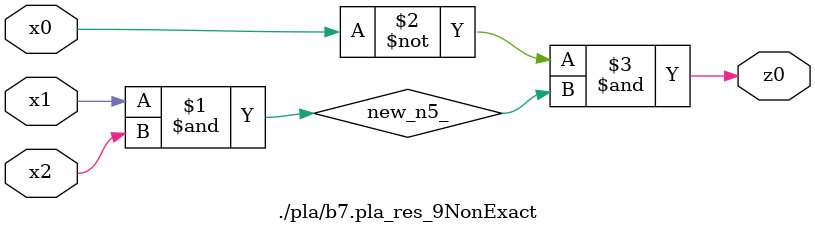
<source format=v>

module \./pla/b7.pla_res_9NonExact  ( 
    x0, x1, x2,
    z0  );
  input  x0, x1, x2;
  output z0;
  wire new_n5_;
  assign new_n5_ = x1 & x2;
  assign z0 = ~x0 & new_n5_;
endmodule



</source>
